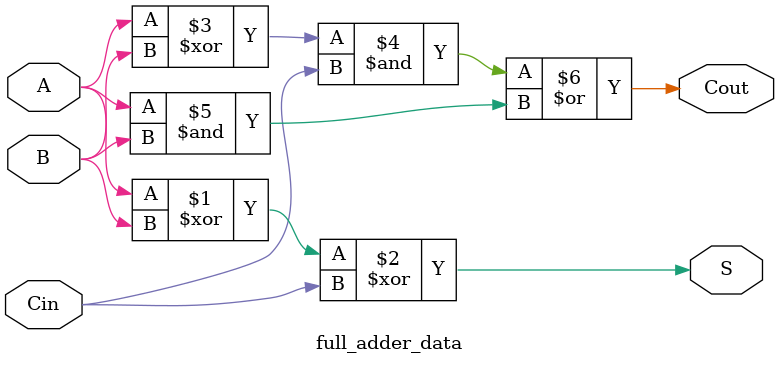
<source format=v>

`timescale 1ns / 1ps

module full_adder_data
   ( A,
     B,
     Cin,
     S,
     Cout );

// Inputs and Outputs
input wire [0:0]A;
input wire [0:0]B;
input wire [0:0]Cin;
output wire [0:0]S;
output wire [0:0]Cout;

// Dataflow Modeling 
assign S = (A ^ B) ^ Cin;
assign Cout = ((A ^ B) & Cin) | (A & B);

endmodule

</source>
